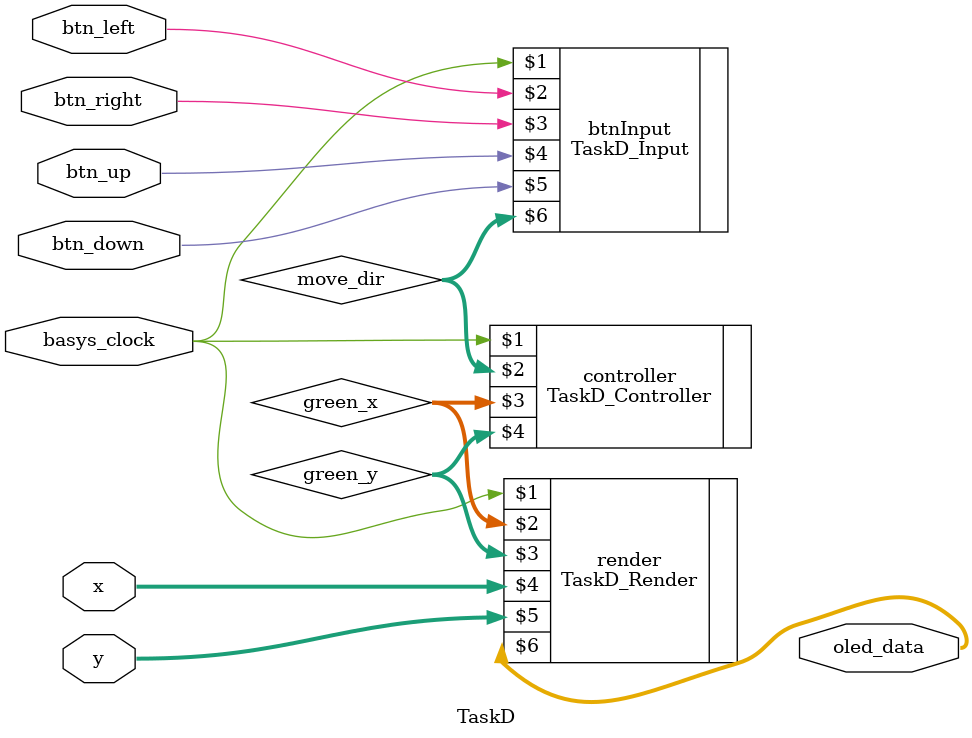
<source format=v>
`timescale 1ns / 1ps

module TaskD (
    input basys_clock,
    input btn_left, btn_right, btn_up, btn_down,
    input [6:0] x,
    input [5:0] y,
    output [15:0] oled_data
);

    wire [6:0] green_x;
    wire [5:0] green_y;
    wire [2:0] move_dir;
    
    TaskD_Input btnInput (
        basys_clock,
        btn_left, btn_right, btn_up, btn_down,
        move_dir
    );    

    TaskD_Controller controller (
        basys_clock,
        move_dir,
        green_x,
        green_y
    );
    
    TaskD_Render render (
        basys_clock,
        green_x,
        green_y,
        x,
        y,
        oled_data
    );
endmodule


</source>
